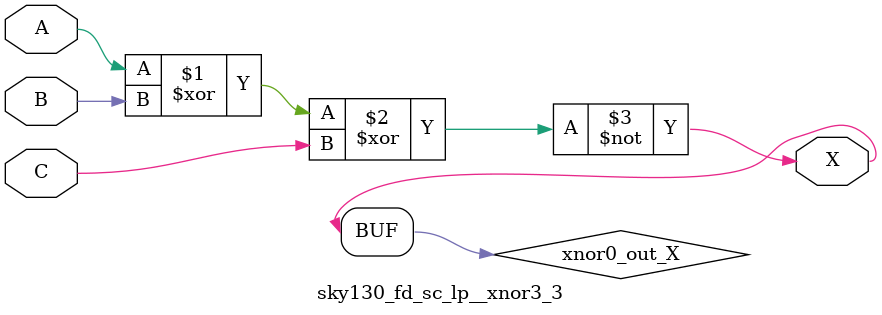
<source format=v>
module sky130_fd_sc_lp__xnor3_3 (
    X,
    A,
    B,
    C
);
    output X;
    input  A;
    input  B;
    input  C;
    wire xnor0_out_X;
    xnor xnor0 (xnor0_out_X, A, B, C        );
    buf  buf0  (X          , xnor0_out_X    );
endmodule
</source>
